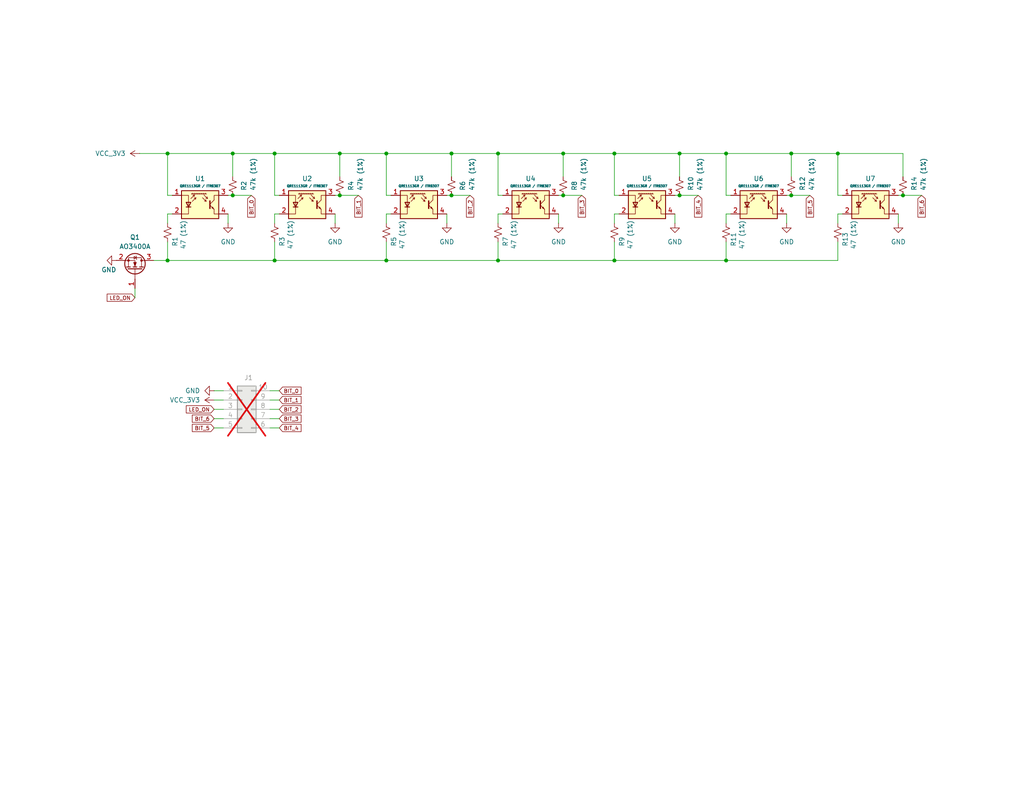
<source format=kicad_sch>
(kicad_sch (version 20231120) (generator "eeschema") (generator_version "8.0")
  (paper "USLetter")
  (lib_symbols
    (symbol "Connector_Generic:Conn_02x05_Counter_Clockwise" (pin_names (offset 1.016) hide)
      (property "Reference" "J" (at 1.27 7.62 0))
      (property "Value" "Conn_02x05_Counter_Clockwise" (at 1.27 -7.62 0))
      (symbol "Conn_02x05_Counter_Clockwise_1_1"
        (rectangle (start -1.27 -4.953) (end 0 -5.207) (stroke (width 0.1524)))
        (rectangle (start -1.27 -2.413) (end 0 -2.667) (stroke (width 0.1524)))
        (rectangle (start -1.27 0.127) (end 0 -0.127) (stroke (width 0.1524)))
        (rectangle (start -1.27 2.667) (end 0 2.413) (stroke (width 0.1524)))
        (rectangle (start -1.27 5.207) (end 0 4.953) (stroke (width 0.1524)))
        (rectangle (start -1.27 6.35) (end 3.81 -6.35) (stroke (width 0.254)) (fill (type background)))
        (rectangle (start 3.81 -4.953) (end 2.54 -5.207) (stroke (width 0.1524)))
        (rectangle (start 3.81 -2.413) (end 2.54 -2.667) (stroke (width 0.1524)))
        (rectangle (start 3.81 0.127) (end 2.54 -0.127) (stroke (width 0.1524)))
        (rectangle (start 3.81 2.667) (end 2.54 2.413) (stroke (width 0.1524)))
        (rectangle (start 3.81 5.207) (end 2.54 4.953) (stroke (width 0.1524)))
        (pin passive line (at -5.08 5.08 0) (length 3.81) (name "Pin_1") (number "1"))
        (pin passive line (at 7.62 5.08 180) (length 3.81) (name "Pin_10") (number "10"))
        (pin passive line (at -5.08 2.54 0) (length 3.81) (name "Pin_2") (number "2"))
        (pin passive line (at -5.08 0 0) (length 3.81) (name "Pin_3") (number "3"))
        (pin passive line (at -5.08 -2.54 0) (length 3.81) (name "Pin_4") (number "4"))
        (pin passive line (at -5.08 -5.08 0) (length 3.81) (name "Pin_5") (number "5"))
        (pin passive line (at 7.62 -5.08 180) (length 3.81) (name "Pin_6") (number "6"))
        (pin passive line (at 7.62 -2.54 180) (length 3.81) (name "Pin_7") (number "7"))
        (pin passive line (at 7.62 0 180) (length 3.81) (name "Pin_8") (number "8"))
        (pin passive line (at 7.62 2.54 180) (length 3.81) (name "Pin_9") (number "9"))
      )
    )
    (symbol "Device:R_Small_US" (pin_numbers hide) (pin_names (offset 0.254) hide)
      (property "Reference" "R" (at 0.762 0.508 0))
      (property "Value" "R_Small_US" (at 0.762 -1.016 0))
      (symbol "R_Small_US_1_1"
        (polyline (pts (xy 0 0) (xy 1.016 -0.381) (xy 0 -0.762) (xy -1.016 -1.143) (xy 0 -1.524)))
        (polyline (pts (xy 0 1.524) (xy 1.016 1.143) (xy 0 0.762) (xy -1.016 0.381) (xy 0 0)))
        (pin passive line (at 0 2.54 270) (length 1.016) (name "~") (number "1"))
        (pin passive line (at 0 -2.54 90) (length 1.016) (name "~") (number "2"))
      )
    )
    (symbol "Sensor_Proximity:QRE1113GR" (pin_names (offset 0.0254) hide)
      (property "Reference" "U" (at -3.81 5.08 0))
      (property "Value" "QRE1113GR" (at 11.43 5.08 0))
      (symbol "QRE1113GR_0_1"
        (polyline (pts (xy -3.81 -0.635) (xy -2.54 -0.635)) (stroke (width 0.254)))
        (polyline (pts (xy -2.286 2.921) (xy -2.032 3.175)))
        (polyline (pts (xy -1.778 2.921) (xy -1.524 3.175)))
        (polyline (pts (xy -1.524 2.667) (xy -1.651 2.159)))
        (polyline (pts (xy -1.27 2.921) (xy -1.016 3.175)))
        (polyline (pts (xy -1.143 1.905) (xy -1.27 1.397)))
        (polyline (pts (xy -0.762 2.921) (xy -0.508 3.175)))
        (polyline (pts (xy -0.254 2.921) (xy 0 3.175)))
        (polyline (pts (xy 0.254 2.921) (xy 0.508 3.175)))
        (polyline (pts (xy 0.762 2.921) (xy 1.016 3.175)))
        (polyline (pts (xy 1.27 2.921) (xy 1.524 3.175)))
        (polyline (pts (xy 1.651 0.889) (xy 1.143 1.016)))
        (polyline (pts (xy 1.778 2.921) (xy -2.413 2.921)))
        (polyline (pts (xy 2.032 1.651) (xy 1.524 1.778)))
        (polyline (pts (xy 2.667 -0.127) (xy 3.81 -1.27)))
        (polyline (pts (xy 2.667 0.127) (xy 3.81 1.27)))
        (polyline (pts (xy -2.54 1.651) (xy -1.524 2.667) (xy -2.032 2.54)))
        (polyline (pts (xy -2.159 0.889) (xy -1.143 1.905) (xy -1.651 1.778)))
        (polyline (pts (xy 0.635 1.905) (xy 1.651 0.889) (xy 1.524 1.397)))
        (polyline (pts (xy 1.016 2.667) (xy 2.032 1.651) (xy 1.905 2.159)))
        (polyline (pts (xy 2.667 1.016) (xy 2.667 -1.016) (xy 2.667 -1.016)) (stroke (width 0.3556)))
        (polyline (pts (xy 3.81 -1.27) (xy 3.81 -2.54) (xy 5.08 -2.54)))
        (polyline (pts (xy 3.81 1.27) (xy 3.81 2.54) (xy 5.08 2.54)))
        (polyline (pts (xy -5.08 -2.54) (xy -3.175 -2.54) (xy -3.175 2.54) (xy -5.08 2.54)))
        (polyline (pts (xy -3.175 -0.635) (xy -3.81 0.635) (xy -2.54 0.635) (xy -3.175 -0.635)) (stroke (width 0.254)))
        (polyline (pts (xy 3.683 -1.143) (xy 3.429 -0.635) (xy 3.175 -0.889) (xy 3.683 -1.143)))
        (polyline (pts (xy -5.08 -3.81) (xy 5.08 -3.81) (xy 5.08 3.81) (xy -5.08 3.81) (xy -5.08 -3.81)) (stroke (width 0.254)) (fill (type background)))
      )
      (symbol "QRE1113GR_1_1"
        (pin passive line (at -7.62 2.54 0) (length 2.54) (name "A") (number "1"))
        (pin passive line (at -7.62 -2.54 0) (length 2.54) (name "K") (number "2"))
        (pin open_collector line (at 7.62 2.54 180) (length 2.54) (name "~") (number "3"))
        (pin open_emitter line (at 7.62 -2.54 180) (length 2.54) (name "~") (number "4"))
      )
    )
    (symbol "Transistor_FET:2N7002" (pin_names hide)
      (property "Reference" "Q" (at 5.08 1.905 0))
      (property "Value" "2N7002" (at 5.08 0 0))
      (symbol "2N7002_0_1"
        (polyline (pts (xy 0.254 0) (xy -2.54 0)))
        (polyline (pts (xy 0.254 1.905) (xy 0.254 -1.905)) (stroke (width 0.254)))
        (polyline (pts (xy 0.762 -1.27) (xy 0.762 -2.286)) (stroke (width 0.254)))
        (polyline (pts (xy 0.762 0.508) (xy 0.762 -0.508)) (stroke (width 0.254)))
        (polyline (pts (xy 0.762 2.286) (xy 0.762 1.27)) (stroke (width 0.254)))
        (polyline (pts (xy 2.54 2.54) (xy 2.54 1.778)))
        (polyline (pts (xy 2.54 -2.54) (xy 2.54 0) (xy 0.762 0)))
        (polyline (pts (xy 0.762 -1.778) (xy 3.302 -1.778) (xy 3.302 1.778) (xy 0.762 1.778)))
        (polyline (pts (xy 1.016 0) (xy 2.032 0.381) (xy 2.032 -0.381) (xy 1.016 0)) (fill (type outline)))
        (polyline (pts (xy 2.794 0.508) (xy 2.921 0.381) (xy 3.683 0.381) (xy 3.81 0.254)))
        (polyline (pts (xy 3.302 0.381) (xy 2.921 -0.254) (xy 3.683 -0.254) (xy 3.302 0.381)))
        (circle (center 1.651 0) (radius 2.794) (stroke (width 0.254)))
        (circle (center 2.54 -1.778) (radius 0.254) (fill (type outline)))
        (circle (center 2.54 1.778) (radius 0.254) (fill (type outline)))
      )
      (symbol "2N7002_1_1"
        (pin input line (at -5.08 0 0) (length 2.54) (name "G") (number "1"))
        (pin passive line (at 2.54 -5.08 90) (length 2.54) (name "S") (number "2"))
        (pin passive line (at 2.54 5.08 270) (length 2.54) (name "D") (number "3"))
      )
    )
    (symbol "power:GND" (power) (pin_numbers hide) (pin_names (offset 0) hide)
      (property "Value" "GND" (at 0 -3.81 0))
      (symbol "GND_0_1"
        (polyline (pts (xy 0 0) (xy 0 -1.27) (xy 1.27 -1.27) (xy 0 -2.54) (xy -1.27 -1.27) (xy 0 -1.27)))
      )
      (symbol "GND_1_1"
        (pin power_in line (at 0 0 270) (length 0) (name "~") (number "1"))
      )
    )
    (symbol "power:VCC" (power) (pin_numbers hide) (pin_names (offset 0) hide)
      (property "Value" "VCC" (at 0 3.556 0))
      (symbol "VCC_0_1"
        (polyline (pts (xy -0.762 1.27) (xy 0 2.54)))
        (polyline (pts (xy 0 0) (xy 0 2.54)))
        (polyline (pts (xy 0 2.54) (xy 0.762 1.27)))
      )
      (symbol "VCC_1_1"
        (pin power_in line (at 0 0 90) (length 0) (name "~") (number "1"))
      )
    )
  )
  (junction (at 198.12 41.91))
  (junction (at 153.67 53.34))
  (junction (at 92.71 53.34))
  (junction (at 74.93 71.12))
  (junction (at 135.89 41.91))
  (junction (at 135.89 71.12))
  (junction (at 153.67 41.91))
  (junction (at 63.5 53.34))
  (junction (at 185.42 53.34))
  (junction (at 198.12 71.12))
  (junction (at 123.19 41.91))
  (junction (at 215.9 53.34))
  (junction (at 74.93 41.91))
  (junction (at 45.72 71.12))
  (junction (at 167.64 71.12))
  (junction (at 63.5 41.91))
  (junction (at 228.6 41.91))
  (junction (at 185.42 41.91))
  (junction (at 246.38 53.34))
  (junction (at 215.9 41.91))
  (junction (at 123.19 53.34))
  (junction (at 45.72 41.91))
  (junction (at 167.64 41.91))
  (junction (at 105.41 71.12))
  (junction (at 92.71 41.91))
  (junction (at 105.41 41.91))
  (wire (pts (xy 153.67 41.91) (xy 135.89 41.91)))
  (wire (pts (xy 246.38 41.91) (xy 246.38 48.26)))
  (wire (pts (xy 105.41 71.12) (xy 135.89 71.12)))
  (wire (pts (xy 246.38 41.91) (xy 228.6 41.91)))
  (wire (pts (xy 137.16 58.42) (xy 135.89 58.42)))
  (wire (pts (xy 63.5 41.91) (xy 45.72 41.91)))
  (wire (pts (xy 58.42 109.22) (xy 60.96 109.22)))
  (wire (pts (xy 135.89 71.12) (xy 167.64 71.12)))
  (wire (pts (xy 45.72 71.12) (xy 74.93 71.12)))
  (wire (pts (xy 92.71 41.91) (xy 105.41 41.91)))
  (wire (pts (xy 58.42 106.68) (xy 60.96 106.68)))
  (wire (pts (xy 185.42 53.34) (xy 190.5 53.34)))
  (wire (pts (xy 184.15 58.42) (xy 184.15 60.96)))
  (wire (pts (xy 123.19 41.91) (xy 135.89 41.91)))
  (wire (pts (xy 74.93 66.04) (xy 74.93 71.12)))
  (wire (pts (xy 228.6 58.42) (xy 228.6 60.96)))
  (wire (pts (xy 214.63 53.34) (xy 215.9 53.34)))
  (wire (pts (xy 105.41 58.42) (xy 105.41 60.96)))
  (wire (pts (xy 74.93 71.12) (xy 105.41 71.12)))
  (wire (pts (xy 135.89 66.04) (xy 135.89 71.12)))
  (wire (pts (xy 121.92 58.42) (xy 121.92 60.96)))
  (wire (pts (xy 215.9 53.34) (xy 220.98 53.34)))
  (wire (pts (xy 123.19 53.34) (xy 128.27 53.34)))
  (wire (pts (xy 45.72 41.91) (xy 45.72 53.34)))
  (wire (pts (xy 123.19 41.91) (xy 105.41 41.91)))
  (wire (pts (xy 198.12 66.04) (xy 198.12 71.12)))
  (wire (pts (xy 215.9 41.91) (xy 198.12 41.91)))
  (wire (pts (xy 62.23 53.34) (xy 63.5 53.34)))
  (wire (pts (xy 58.42 111.76) (xy 60.96 111.76)))
  (wire (pts (xy 153.67 41.91) (xy 153.67 48.26)))
  (wire (pts (xy 184.15 53.34) (xy 185.42 53.34)))
  (wire (pts (xy 74.93 41.91) (xy 74.93 53.34)))
  (wire (pts (xy 91.44 58.42) (xy 91.44 60.96)))
  (wire (pts (xy 229.87 58.42) (xy 228.6 58.42)))
  (wire (pts (xy 92.71 53.34) (xy 97.79 53.34)))
  (wire (pts (xy 91.44 53.34) (xy 92.71 53.34)))
  (wire (pts (xy 105.41 41.91) (xy 105.41 53.34)))
  (wire (pts (xy 153.67 41.91) (xy 167.64 41.91)))
  (wire (pts (xy 46.99 58.42) (xy 45.72 58.42)))
  (wire (pts (xy 73.66 114.3) (xy 76.2 114.3)))
  (wire (pts (xy 135.89 58.42) (xy 135.89 60.96)))
  (wire (pts (xy 63.5 41.91) (xy 74.93 41.91)))
  (wire (pts (xy 76.2 58.42) (xy 74.93 58.42)))
  (wire (pts (xy 228.6 66.04) (xy 228.6 71.12)))
  (wire (pts (xy 45.72 71.12) (xy 41.91 71.12)))
  (wire (pts (xy 58.42 116.84) (xy 60.96 116.84)))
  (wire (pts (xy 185.42 41.91) (xy 198.12 41.91)))
  (wire (pts (xy 123.19 41.91) (xy 123.19 48.26)))
  (wire (pts (xy 152.4 53.34) (xy 153.67 53.34)))
  (wire (pts (xy 167.64 53.34) (xy 168.91 53.34)))
  (wire (pts (xy 58.42 114.3) (xy 60.96 114.3)))
  (wire (pts (xy 167.64 71.12) (xy 198.12 71.12)))
  (wire (pts (xy 73.66 111.76) (xy 76.2 111.76)))
  (wire (pts (xy 215.9 41.91) (xy 228.6 41.91)))
  (wire (pts (xy 168.91 58.42) (xy 167.64 58.42)))
  (wire (pts (xy 73.66 106.68) (xy 76.2 106.68)))
  (wire (pts (xy 63.5 53.34) (xy 68.58 53.34)))
  (wire (pts (xy 92.71 41.91) (xy 74.93 41.91)))
  (wire (pts (xy 105.41 53.34) (xy 106.68 53.34)))
  (wire (pts (xy 215.9 41.91) (xy 215.9 48.26)))
  (wire (pts (xy 167.64 41.91) (xy 167.64 53.34)))
  (wire (pts (xy 45.72 58.42) (xy 45.72 60.96)))
  (wire (pts (xy 246.38 53.34) (xy 251.46 53.34)))
  (wire (pts (xy 198.12 53.34) (xy 199.39 53.34)))
  (wire (pts (xy 62.23 58.42) (xy 62.23 60.96)))
  (wire (pts (xy 245.11 58.42) (xy 245.11 60.96)))
  (wire (pts (xy 74.93 58.42) (xy 74.93 60.96)))
  (wire (pts (xy 199.39 58.42) (xy 198.12 58.42)))
  (wire (pts (xy 74.93 53.34) (xy 76.2 53.34)))
  (wire (pts (xy 185.42 41.91) (xy 185.42 48.26)))
  (wire (pts (xy 152.4 58.42) (xy 152.4 60.96)))
  (wire (pts (xy 214.63 58.42) (xy 214.63 60.96)))
  (wire (pts (xy 45.72 66.04) (xy 45.72 71.12)))
  (wire (pts (xy 36.83 78.74) (xy 36.83 81.28)))
  (wire (pts (xy 153.67 53.34) (xy 158.75 53.34)))
  (wire (pts (xy 92.71 41.91) (xy 92.71 48.26)))
  (wire (pts (xy 198.12 71.12) (xy 228.6 71.12)))
  (wire (pts (xy 185.42 41.91) (xy 167.64 41.91)))
  (wire (pts (xy 228.6 41.91) (xy 228.6 53.34)))
  (wire (pts (xy 63.5 41.91) (xy 63.5 48.26)))
  (wire (pts (xy 198.12 58.42) (xy 198.12 60.96)))
  (wire (pts (xy 167.64 58.42) (xy 167.64 60.96)))
  (wire (pts (xy 228.6 53.34) (xy 229.87 53.34)))
  (wire (pts (xy 106.68 58.42) (xy 105.41 58.42)))
  (wire (pts (xy 105.41 66.04) (xy 105.41 71.12)))
  (wire (pts (xy 45.72 53.34) (xy 46.99 53.34)))
  (wire (pts (xy 135.89 41.91) (xy 135.89 53.34)))
  (wire (pts (xy 198.12 41.91) (xy 198.12 53.34)))
  (wire (pts (xy 245.11 53.34) (xy 246.38 53.34)))
  (wire (pts (xy 73.66 109.22) (xy 76.2 109.22)))
  (wire (pts (xy 167.64 66.04) (xy 167.64 71.12)))
  (wire (pts (xy 135.89 53.34) (xy 137.16 53.34)))
  (wire (pts (xy 121.92 53.34) (xy 123.19 53.34)))
  (wire (pts (xy 45.72 41.91) (xy 38.1 41.91)))
  (wire (pts (xy 73.66 116.84) (xy 76.2 116.84)))
  (global_label "BIT_4" (shape input) (at 190.5 53.34 270) (effects (font (size 1.016 1.016))) (property "Intersheetrefs" "${INTERSHEET_REFS}" (effects (hide yes))))
  (global_label "BIT_2" (shape input) (at 76.2 111.76 0) (effects (font (size 1.016 1.016))) (property "Intersheetrefs" "${INTERSHEET_REFS}" (effects (hide yes))))
  (global_label "BIT_6" (shape input) (at 251.46 53.34 270) (effects (font (size 1.016 1.016))) (property "Intersheetrefs" "${INTERSHEET_REFS}" (effects (hide yes))))
  (global_label "BIT_1" (shape input) (at 76.2 109.22 0) (effects (font (size 1.016 1.016))) (property "Intersheetrefs" "${INTERSHEET_REFS}" (effects (hide yes))))
  (global_label "BIT_6" (shape input) (at 58.42 114.3 180) (effects (font (size 1.016 1.016))) (property "Intersheetrefs" "${INTERSHEET_REFS}" (effects (hide yes))))
  (global_label "BIT_2" (shape input) (at 128.27 53.34 270) (effects (font (size 1.016 1.016))) (property "Intersheetrefs" "${INTERSHEET_REFS}" (effects (hide yes))))
  (global_label "BIT_3" (shape input) (at 158.75 53.34 270) (effects (font (size 1.016 1.016))) (property "Intersheetrefs" "${INTERSHEET_REFS}" (effects (hide yes))))
  (global_label "LED_ON" (shape input) (at 58.42 111.76 180) (effects (font (size 1.016 1.016))) (property "Intersheetrefs" "${INTERSHEET_REFS}" (effects (hide yes))))
  (global_label "LED_ON" (shape input) (at 36.83 81.28 180) (effects (font (size 1.016 1.016))) (property "Intersheetrefs" "${INTERSHEET_REFS}" (effects (hide yes))))
  (global_label "BIT_3" (shape input) (at 76.2 114.3 0) (effects (font (size 1.016 1.016))) (property "Intersheetrefs" "${INTERSHEET_REFS}" (effects (hide yes))))
  (global_label "BIT_5" (shape input) (at 58.42 116.84 180) (effects (font (size 1.016 1.016))) (property "Intersheetrefs" "${INTERSHEET_REFS}" (effects (hide yes))))
  (global_label "BIT_1" (shape input) (at 97.79 53.34 270) (effects (font (size 1.016 1.016))) (property "Intersheetrefs" "${INTERSHEET_REFS}" (effects (hide yes))))
  (global_label "BIT_0" (shape input) (at 68.58 53.34 270) (effects (font (size 1.016 1.016))) (property "Intersheetrefs" "${INTERSHEET_REFS}" (effects (hide yes))))
  (global_label "BIT_5" (shape input) (at 220.98 53.34 270) (effects (font (size 1.016 1.016))) (property "Intersheetrefs" "${INTERSHEET_REFS}" (effects (hide yes))))
  (global_label "BIT_4" (shape input) (at 76.2 116.84 0) (effects (font (size 1.016 1.016))) (property "Intersheetrefs" "${INTERSHEET_REFS}" (effects (hide yes))))
  (global_label "BIT_0" (shape input) (at 76.2 106.68 0) (effects (font (size 1.016 1.016))) (property "Intersheetrefs" "${INTERSHEET_REFS}" (effects (hide yes))))
  (symbol (lib_id "Device:R_Small_US") (at 123.19 50.8 0) (unit 1)
    (property "Reference" "R6" (at 126.238 52.07 90) (effects (justify left)))
    (property "Value" "47k (1%)" (at 128.778 52.07 90) (effects (justify left)))
    (property "Footprint" "Resistor_SMD:R_0805_2012Metric_Pad1.20x1.40mm_HandSolder" (effects (hide yes)))
    (property "Description" "Resistor, small US symbol" (effects (hide yes)))
    (property "LCSC Part #" "C17713" (effects (hide yes)))
  )
  (symbol (lib_id "Device:R_Small_US") (at 215.9 50.8 0) (unit 1)
    (property "Reference" "R12" (at 218.948 52.07 90) (effects (justify left)))
    (property "Value" "47k (1%)" (at 221.488 52.07 90) (effects (justify left)))
    (property "Footprint" "Resistor_SMD:R_0805_2012Metric_Pad1.20x1.40mm_HandSolder" (effects (hide yes)))
    (property "Description" "Resistor, small US symbol" (effects (hide yes)))
    (property "LCSC Part #" "C17713" (effects (hide yes)))
  )
  (symbol (lib_id "Sensor_Proximity:QRE1113GR") (at 176.53 55.88 0) (unit 1)
    (property "Reference" "U5" (at 176.53 48.768 0))
    (property "Value" "QRE1113GR / ITR8307" (at 176.53 50.8 0) (effects (font (size 0.635 0.635))))
    (property "Footprint" "OptoDevice:OnSemi_CASE100CY" (effects (hide yes)))
    (property "Datasheet" "http://www.onsemi.com/pub/Collateral/QRE1113-D.PDF" (effects (hide yes)))
    (property "Description" "Miniature Reflective Optical Object Sensor, SMD-4" (effects (hide yes)))
    (property "LCSC Part #" "C81632" (effects (hide yes)))
  )
  (symbol (lib_id "Device:R_Small_US") (at 167.64 63.5 0) (unit 1)
    (property "Reference" "R9" (at 169.672 67.31 90) (effects (justify left)))
    (property "Value" "47 (1%)" (at 171.958 68.072 90) (effects (justify left)))
    (property "Footprint" "Resistor_SMD:R_0805_2012Metric_Pad1.20x1.40mm_HandSolder" (effects (hide yes)))
    (property "Description" "Resistor, small US symbol" (effects (hide yes)))
    (property "LCSC Part #" " C17714" (effects (hide yes)))
  )
  (symbol (lib_id "power:GND") (at 91.44 60.96 0) (unit 1)
    (property "Reference" "#PWR04" (effects (hide yes)))
    (property "Value" "GND" (at 91.44 66.04 0))
    (property "Description" "Power symbol creates a global label with name \"GND\" , ground" (effects (hide yes)))
  )
  (symbol (lib_id "power:GND") (at 31.75 71.12 270) (unit 1)
    (property "Reference" "#PWR01" (effects (hide yes)))
    (property "Value" "GND" (at 31.75 73.66 90) (effects (justify right)))
    (property "Description" "Power symbol creates a global label with name \"GND\" , ground" (effects (hide yes)))
  )
  (symbol (lib_id "power:VCC") (at 38.1 41.91 90) (unit 1)
    (property "Reference" "#PWR02" (effects (hide yes)))
    (property "Value" "VCC_3V3" (at 34.29 41.9099 90) (effects (justify left)))
    (property "Description" "Power symbol creates a global label with name \"VCC\"" (effects (hide yes)))
  )
  (symbol (lib_id "Sensor_Proximity:QRE1113GR") (at 207.01 55.88 0) (unit 1)
    (property "Reference" "U6" (at 207.01 48.768 0))
    (property "Value" "QRE1113GR / ITR8307" (at 207.01 50.8 0) (effects (font (size 0.635 0.635))))
    (property "Footprint" "OptoDevice:OnSemi_CASE100CY" (effects (hide yes)))
    (property "Datasheet" "http://www.onsemi.com/pub/Collateral/QRE1113-D.PDF" (effects (hide yes)))
    (property "Description" "Miniature Reflective Optical Object Sensor, SMD-4" (effects (hide yes)))
    (property "LCSC Part #" "C81632" (effects (hide yes)))
  )
  (symbol (lib_id "Connector_Generic:Conn_02x05_Counter_Clockwise") (at 66.04 111.76 0) (unit 1) (dnp yes)
    (property "Reference" "J1" (at 67.818 103.124 0))
    (property "Value" "Conn_02x05_Counter_Clockwise" (effects (hide yes)))
    (property "Footprint" "Connector_IDC:IDC-Header_2x05_P2.54mm_Vertical" (effects (hide yes)))
    (property "Description" "Generic connector, double row, 02x05, counter clockwise pin numbering scheme (similar to DIP package numbering), script generated (kicad-library-utils/schlib/autogen/connector/)" (effects (hide yes)))
  )
  (symbol (lib_id "Device:R_Small_US") (at 105.41 63.5 0) (unit 1)
    (property "Reference" "R5" (at 107.442 67.31 90) (effects (justify left)))
    (property "Value" "47 (1%)" (at 109.728 68.072 90) (effects (justify left)))
    (property "Footprint" "Resistor_SMD:R_0805_2012Metric_Pad1.20x1.40mm_HandSolder" (effects (hide yes)))
    (property "Description" "Resistor, small US symbol" (effects (hide yes)))
    (property "LCSC Part #" " C17714" (effects (hide yes)))
  )
  (symbol (lib_id "power:GND") (at 121.92 60.96 0) (unit 1)
    (property "Reference" "#PWR05" (effects (hide yes)))
    (property "Value" "GND" (at 121.92 66.04 0))
    (property "Description" "Power symbol creates a global label with name \"GND\" , ground" (effects (hide yes)))
  )
  (symbol (lib_id "power:GND") (at 58.42 106.68 270) (unit 1)
    (property "Reference" "#PWR010" (effects (hide yes)))
    (property "Value" "GND" (at 54.61 106.6799 90) (effects (justify right)))
    (property "Description" "Power symbol creates a global label with name \"GND\" , ground" (effects (hide yes)))
  )
  (symbol (lib_id "power:GND") (at 184.15 60.96 0) (unit 1)
    (property "Reference" "#PWR07" (effects (hide yes)))
    (property "Value" "GND" (at 184.15 66.04 0))
    (property "Description" "Power symbol creates a global label with name \"GND\" , ground" (effects (hide yes)))
  )
  (symbol (lib_id "power:GND") (at 214.63 60.96 0) (unit 1)
    (property "Reference" "#PWR08" (effects (hide yes)))
    (property "Value" "GND" (at 214.63 66.04 0))
    (property "Description" "Power symbol creates a global label with name \"GND\" , ground" (effects (hide yes)))
  )
  (symbol (lib_id "power:GND") (at 62.23 60.96 0) (unit 1)
    (property "Reference" "#PWR03" (effects (hide yes)))
    (property "Value" "GND" (at 62.23 66.04 0))
    (property "Description" "Power symbol creates a global label with name \"GND\" , ground" (effects (hide yes)))
  )
  (symbol (lib_id "power:GND") (at 152.4 60.96 0) (unit 1)
    (property "Reference" "#PWR06" (effects (hide yes)))
    (property "Value" "GND" (at 152.4 66.04 0))
    (property "Description" "Power symbol creates a global label with name \"GND\" , ground" (effects (hide yes)))
  )
  (symbol (lib_id "power:VCC") (at 58.42 109.22 90) (unit 1)
    (property "Reference" "#PWR011" (effects (hide yes)))
    (property "Value" "VCC_3V3" (at 54.61 109.2199 90) (effects (justify left)))
    (property "Description" "Power symbol creates a global label with name \"VCC\"" (effects (hide yes)))
  )
  (symbol (lib_id "Device:R_Small_US") (at 45.72 63.5 0) (unit 1)
    (property "Reference" "R1" (at 47.752 67.31 90) (effects (justify left)))
    (property "Value" "47 (1%)" (at 50.038 68.072 90) (effects (justify left)))
    (property "Footprint" "Resistor_SMD:R_0805_2012Metric_Pad1.20x1.40mm_HandSolder" (effects (hide yes)))
    (property "Description" "Resistor, small US symbol" (effects (hide yes)))
    (property "LCSC Part #" " C17714" (effects (hide yes)))
  )
  (symbol (lib_id "Sensor_Proximity:QRE1113GR") (at 54.61 55.88 0) (unit 1)
    (property "Reference" "U1" (at 54.61 48.768 0))
    (property "Value" "QRE1113GR / ITR8307" (at 54.61 50.8 0) (effects (font (size 0.635 0.635))))
    (property "Footprint" "OptoDevice:OnSemi_CASE100CY" (effects (hide yes)))
    (property "Datasheet" "http://www.onsemi.com/pub/Collateral/QRE1113-D.PDF" (effects (hide yes)))
    (property "Description" "Miniature Reflective Optical Object Sensor, SMD-4" (effects (hide yes)))
    (property "LCSC Part #" "C81632" (effects (hide yes)))
  )
  (symbol (lib_id "Device:R_Small_US") (at 246.38 50.8 0) (unit 1)
    (property "Reference" "R14" (at 249.428 52.07 90) (effects (justify left)))
    (property "Value" "47k (1%)" (at 251.968 52.07 90) (effects (justify left)))
    (property "Footprint" "Resistor_SMD:R_0805_2012Metric_Pad1.20x1.40mm_HandSolder" (effects (hide yes)))
    (property "Description" "Resistor, small US symbol" (effects (hide yes)))
    (property "LCSC Part #" "C17713" (effects (hide yes)))
  )
  (symbol (lib_id "Device:R_Small_US") (at 74.93 63.5 0) (unit 1)
    (property "Reference" "R3" (at 76.962 67.31 90) (effects (justify left)))
    (property "Value" "47 (1%)" (at 79.248 68.072 90) (effects (justify left)))
    (property "Footprint" "Resistor_SMD:R_0805_2012Metric_Pad1.20x1.40mm_HandSolder" (effects (hide yes)))
    (property "Description" "Resistor, small US symbol" (effects (hide yes)))
    (property "LCSC Part #" " C17714" (effects (hide yes)))
  )
  (symbol (lib_id "Transistor_FET:2N7002") (at 36.83 73.66 270) (mirror x) (unit 1)
    (property "Reference" "Q1" (at 36.83 64.77 90))
    (property "Value" "AO3400A" (at 36.83 67.31 90))
    (property "Footprint" "Package_TO_SOT_SMD:SOT-23" (effects (hide yes)))
    (property "Datasheet" "https://www.onsemi.com/pub/Collateral/NDS7002A-D.PDF" (effects (hide yes)))
    (property "Description" "0.115A Id, 60V Vds, N-Channel MOSFET, SOT-23" (effects (hide yes)))
    (property "LCSC Part #" "C20917" (effects (hide yes)))
  )
  (symbol (lib_id "Device:R_Small_US") (at 185.42 50.8 0) (unit 1)
    (property "Reference" "R10" (at 188.468 52.07 90) (effects (justify left)))
    (property "Value" "47k (1%)" (at 191.008 52.07 90) (effects (justify left)))
    (property "Footprint" "Resistor_SMD:R_0805_2012Metric_Pad1.20x1.40mm_HandSolder" (effects (hide yes)))
    (property "Description" "Resistor, small US symbol" (effects (hide yes)))
    (property "LCSC Part #" "C17713" (effects (hide yes)))
  )
  (symbol (lib_id "Device:R_Small_US") (at 153.67 50.8 0) (unit 1)
    (property "Reference" "R8" (at 156.718 52.07 90) (effects (justify left)))
    (property "Value" "47k (1%)" (at 159.258 52.07 90) (effects (justify left)))
    (property "Footprint" "Resistor_SMD:R_0805_2012Metric_Pad1.20x1.40mm_HandSolder" (effects (hide yes)))
    (property "Description" "Resistor, small US symbol" (effects (hide yes)))
    (property "LCSC Part #" "C17713" (effects (hide yes)))
  )
  (symbol (lib_id "Device:R_Small_US") (at 63.5 50.8 0) (unit 1)
    (property "Reference" "R2" (at 66.548 52.07 90) (effects (justify left)))
    (property "Value" "47k (1%)" (at 69.088 52.07 90) (effects (justify left)))
    (property "Footprint" "Resistor_SMD:R_0805_2012Metric_Pad1.20x1.40mm_HandSolder" (effects (hide yes)))
    (property "Description" "Resistor, small US symbol" (effects (hide yes)))
    (property "LCSC Part #" "C17713" (effects (hide yes)))
  )
  (symbol (lib_id "Sensor_Proximity:QRE1113GR") (at 83.82 55.88 0) (unit 1)
    (property "Reference" "U2" (at 83.82 48.768 0))
    (property "Value" "QRE1113GR / ITR8307" (at 83.82 50.8 0) (effects (font (size 0.635 0.635))))
    (property "Footprint" "OptoDevice:OnSemi_CASE100CY" (effects (hide yes)))
    (property "Datasheet" "http://www.onsemi.com/pub/Collateral/QRE1113-D.PDF" (effects (hide yes)))
    (property "Description" "Miniature Reflective Optical Object Sensor, SMD-4" (effects (hide yes)))
    (property "LCSC Part #" "C81632" (effects (hide yes)))
  )
  (symbol (lib_id "Sensor_Proximity:QRE1113GR") (at 237.49 55.88 0) (unit 1)
    (property "Reference" "U7" (at 237.49 48.768 0))
    (property "Value" "QRE1113GR / ITR8307" (at 237.49 50.8 0) (effects (font (size 0.635 0.635))))
    (property "Footprint" "OptoDevice:OnSemi_CASE100CY" (effects (hide yes)))
    (property "Datasheet" "http://www.onsemi.com/pub/Collateral/QRE1113-D.PDF" (effects (hide yes)))
    (property "Description" "Miniature Reflective Optical Object Sensor, SMD-4" (effects (hide yes)))
    (property "LCSC Part #" "C81632" (effects (hide yes)))
  )
  (symbol (lib_id "Device:R_Small_US") (at 92.71 50.8 0) (unit 1)
    (property "Reference" "R4" (at 95.758 52.07 90) (effects (justify left)))
    (property "Value" "47k (1%)" (at 98.298 52.07 90) (effects (justify left)))
    (property "Footprint" "Resistor_SMD:R_0805_2012Metric_Pad1.20x1.40mm_HandSolder" (effects (hide yes)))
    (property "Description" "Resistor, small US symbol" (effects (hide yes)))
    (property "LCSC Part #" "C17713" (effects (hide yes)))
  )
  (symbol (lib_id "Device:R_Small_US") (at 198.12 63.5 0) (unit 1)
    (property "Reference" "R11" (at 200.152 67.31 90) (effects (justify left)))
    (property "Value" "47 (1%)" (at 202.438 68.072 90) (effects (justify left)))
    (property "Footprint" "Resistor_SMD:R_0805_2012Metric_Pad1.20x1.40mm_HandSolder" (effects (hide yes)))
    (property "Description" "Resistor, small US symbol" (effects (hide yes)))
    (property "LCSC Part #" " C17714" (effects (hide yes)))
  )
  (symbol (lib_id "power:GND") (at 245.11 60.96 0) (unit 1)
    (property "Reference" "#PWR09" (effects (hide yes)))
    (property "Value" "GND" (at 245.11 66.04 0))
    (property "Description" "Power symbol creates a global label with name \"GND\" , ground" (effects (hide yes)))
  )
  (symbol (lib_id "Sensor_Proximity:QRE1113GR") (at 114.3 55.88 0) (unit 1)
    (property "Reference" "U3" (at 114.3 48.768 0))
    (property "Value" "QRE1113GR / ITR8307" (at 114.3 50.8 0) (effects (font (size 0.635 0.635))))
    (property "Footprint" "OptoDevice:OnSemi_CASE100CY" (effects (hide yes)))
    (property "Datasheet" "http://www.onsemi.com/pub/Collateral/QRE1113-D.PDF" (effects (hide yes)))
    (property "Description" "Miniature Reflective Optical Object Sensor, SMD-4" (effects (hide yes)))
    (property "LCSC Part #" "C81632" (effects (hide yes)))
  )
  (symbol (lib_id "Device:R_Small_US") (at 135.89 63.5 0) (unit 1)
    (property "Reference" "R7" (at 137.922 67.31 90) (effects (justify left)))
    (property "Value" "47 (1%)" (at 140.208 68.072 90) (effects (justify left)))
    (property "Footprint" "Resistor_SMD:R_0805_2012Metric_Pad1.20x1.40mm_HandSolder" (effects (hide yes)))
    (property "Description" "Resistor, small US symbol" (effects (hide yes)))
    (property "LCSC Part #" " C17714" (effects (hide yes)))
  )
  (symbol (lib_id "Sensor_Proximity:QRE1113GR") (at 144.78 55.88 0) (unit 1)
    (property "Reference" "U4" (at 144.78 48.768 0))
    (property "Value" "QRE1113GR / ITR8307" (at 144.78 50.8 0) (effects (font (size 0.635 0.635))))
    (property "Footprint" "OptoDevice:OnSemi_CASE100CY" (effects (hide yes)))
    (property "Datasheet" "http://www.onsemi.com/pub/Collateral/QRE1113-D.PDF" (effects (hide yes)))
    (property "Description" "Miniature Reflective Optical Object Sensor, SMD-4" (effects (hide yes)))
    (property "LCSC Part #" "C81632" (effects (hide yes)))
  )
  (symbol (lib_id "Device:R_Small_US") (at 228.6 63.5 0) (unit 1)
    (property "Reference" "R13" (at 230.632 67.31 90) (effects (justify left)))
    (property "Value" "47 (1%)" (at 232.918 68.072 90) (effects (justify left)))
    (property "Footprint" "Resistor_SMD:R_0805_2012Metric_Pad1.20x1.40mm_HandSolder" (effects (hide yes)))
    (property "Description" "Resistor, small US symbol" (effects (hide yes)))
    (property "LCSC Part #" " C17714" (effects (hide yes)))
  )
)
</source>
